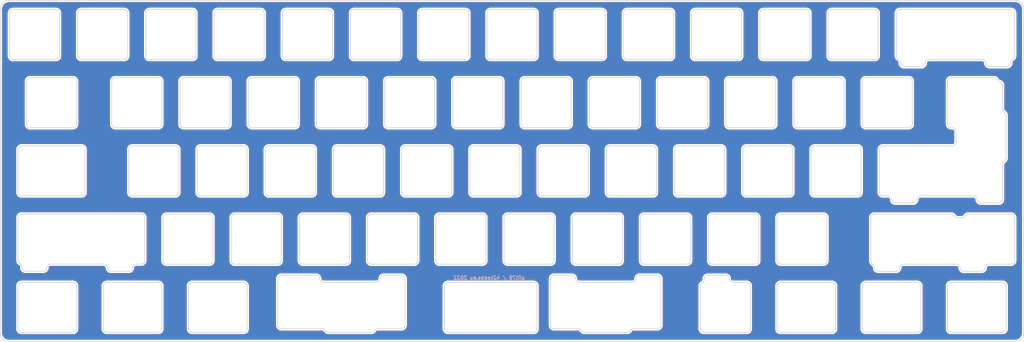
<source format=kicad_pcb>
(kicad_pcb (version 20211014) (generator pcbnew)
  (layers (0 "F.Cu" signal) (31 "B.Cu" signal) (34 "B.Paste" user) (35 "F.Paste" user) (36 "B.SilkS" user "B.Silkscreen") (37 "F.SilkS" user "F.Silkscreen") (38 "B.Mask" user) (39 "F.Mask" user) (44 "Edge.Cuts" user))
  (net 0 "")
  (gr_arc (start 351.03625 118.425) (mid 352.720048 119.122452) (end 353.4175 120.80625) (layer "Edge.Cuts") (width 0.2))
  (gr_arc (start 70.04875 213.669) (mid 68.364952 212.971548) (end 67.6675 211.28775) (layer "Edge.Cuts") (width 0.2))
  (gr_arc (start 353.4175 211.28775) (mid 352.720048 212.971548) (end 351.03625 213.669) (layer "Edge.Cuts") (width 0.2))
  (gr_line (start 131.815524 152.997007) (end 131.815524 140.997001) (layer "Edge.Cuts") (width 0.2))
  (gr_arc (start 117.528015 172.047018) (mid 117.235134 172.754136) (end 116.528015 173.047018) (layer "Edge.Cuts") (width 0.2))
  (gr_arc (start 204.540563 134.946998) (mid 203.833445 134.654097) (end 203.540562 133.946997) (layer "Edge.Cuts") (width 0.2))
  (gr_arc (start 348.509391 210.147038) (mid 348.216483 210.854117) (end 347.50939 211.147039) (layer "Edge.Cuts") (width 0.2))
  (gr_arc (start 309.315619 153.997007) (mid 308.608533 153.704115) (end 308.315619 152.997007) (layer "Edge.Cuts") (width 0.2))
  (gr_arc (start 314.073183 173.04833) (mid 313.366077 172.755433) (end 313.073183 172.04833) (layer "Edge.Cuts") (width 0.2))
  (gr_arc (start 275.978101 173.047018) (mid 275.270987 172.754126) (end 274.978101 172.047018) (layer "Edge.Cuts") (width 0.2))
  (gr_arc (start 303.265617 152.997007) (mid 302.972751 153.704145) (end 302.265616 153.997008) (layer "Edge.Cuts") (width 0.2))
  (gr_line (start 221.257983 196.147) (end 221.257983 209.147007) (layer "Edge.Cuts") (width 0.2))
  (gr_arc (start 213.065567 140.997001) (mid 213.358458 140.289882) (end 214.065568 139.997) (layer "Edge.Cuts") (width 0.2))
  (gr_line (start 135.578026 197.147031) (end 121.196768 197.147031) (layer "Edge.Cuts") (width 0.2))
  (gr_line (start 271.215599 153.997008) (end 283.215605 153.997008) (layer "Edge.Cuts") (width 0.2))
  (gr_arc (start 217.54057 133.946997) (mid 217.247676 134.654095) (end 216.540569 134.946998) (layer "Edge.Cuts") (width 0.2))
  (gr_arc (start 298.503114 191.097028) (mid 298.210247 191.804187) (end 297.503113 192.097029) (layer "Edge.Cuts") (width 0.2))
  (gr_arc (start 227.257986 195.146999) (mid 227.965093 195.439893) (end 228.257987 196.147) (layer "Edge.Cuts") (width 0.2))
  (gr_arc (start 96.542633 192.07293) (mid 97.249737 192.365807) (end 97.542633 193.07293) (layer "Edge.Cuts") (width 0.2))
  (gr_arc (start 203.540562 121.946991) (mid 203.833456 121.239876) (end 204.540563 120.94699) (layer "Edge.Cuts") (width 0.2))
  (gr_arc (start 159.264375 211.146991) (mid 158.764384 211.013006) (end 158.398349 210.64699) (layer "Edge.Cuts") (width 0.2))
  (gr_line (start 141.628029 160.047011) (end 141.628029 172.047018) (layer "Edge.Cuts") (width 0.2))
  (gr_arc (start 175.965547 153.997007) (mid 175.258437 153.704102) (end 174.965547 152.997007) (layer "Edge.Cuts") (width 0.2))
  (gr_line (start 260.403093 191.097028) (end 260.403093 179.097021) (layer "Edge.Cuts") (width 0.2))
  (gr_arc (start 104.528009 173.047019) (mid 103.820925 172.754124) (end 103.528008 172.047018) (layer "Edge.Cuts") (width 0.2))
  (gr_arc (start 74.666632 194.07293) (mid 73.959501 193.780061) (end 73.666632 193.07293) (layer "Edge.Cuts") (width 0.2))
  (gr_arc (start 312.783871 194.097029) (mid 312.076773 193.804127) (end 311.783871 193.097029) (layer "Edge.Cuts") (width 0.2))
  (gr_arc (start 287.978108 159.047011) (mid 288.685206 159.339908) (end 288.978108 160.047011) (layer "Edge.Cuts") (width 0.2))
  (gr_line (start 324.546378 173.047018) (end 339.422386 173.047018) (layer "Edge.Cuts") (width 0.2))
  (gr_arc (start 149.865533 139.997) (mid 150.572654 140.289899) (end 150.865534 140.997001) (layer "Edge.Cuts") (width 0.2))
  (gr_line (start 104.542633 193.07293) (end 104.542633 193.07293) (layer "Edge.Cuts") (width 0.2))
  (gr_line (start 184.203052 191.097028) (end 184.203052 179.097021) (layer "Edge.Cuts") (width 0.2))
  (gr_arc (start 72.571742 160.047011) (mid 72.864636 159.339905) (end 73.571742 159.047011) (layer "Edge.Cuts") (width 0.2))
  (gr_line (start 273.6906 120.94699) (end 261.690594 120.94699) (layer "Edge.Cuts") (width 0.2))
  (gr_line (start 203.253062 191.097028) (end 203.253062 179.097021) (layer "Edge.Cuts") (width 0.2))
  (gr_line (start 121.196768 211.147039) (end 135.578026 211.147039) (layer "Edge.Cuts") (width 0.2))
  (gr_line (start 228.353076 192.097029) (end 240.353082 192.097029) (layer "Edge.Cuts") (width 0.2))
  (gr_line (start 250.878088 172.047018) (end 250.878088 160.047011) (layer "Edge.Cuts") (width 0.2))
  (gr_arc (start 261.690594 134.946998) (mid 260.983491 134.654102) (end 260.690593 133.946997) (layer "Edge.Cuts") (width 0.2))
  (gr_arc (start 332.123182 140.99833) (mid 332.416064 140.291197) (end 333.123182 139.99833) (layer "Edge.Cuts") (width 0.2))
  (gr_arc (start 299.790614 134.946997) (mid 299.083499 134.654109) (end 298.790614 133.946997) (layer "Edge.Cuts") (width 0.2))
  (gr_line (start 99.765506 153.997008) (end 111.765513 153.997008) (layer "Edge.Cuts") (width 0.2))
  (gr_arc (start 111.765513 197.147032) (mid 112.472635 197.439926) (end 112.765513 198.147032) (layer "Edge.Cuts") (width 0.2))
  (gr_arc (start 237.878081 173.047019) (mid 237.170979 172.75412) (end 236.87808 172.047018) (layer "Edge.Cuts") (width 0.2))
  (gr_arc (start 294.028112 160.047011) (mid 294.321031 159.339931) (end 295.028112 159.047011) (layer "Edge.Cuts") (width 0.2))
  (gr_line (start 214.065568 153.997008) (end 226.065575 153.997008) (layer "Edge.Cuts") (width 0.2))
  (gr_arc (start 318.384121 134.836714) (mid 317.987241 134.468289) (end 317.840621 133.946991) (layer "Edge.Cuts") (width 0.2))
  (gr_line (start 348.509391 210.147038) (end 348.509391 198.147032) (layer "Edge.Cuts") (width 0.2))
  (gr_arc (start 243.562021 210.647008) (mid 243.928046 210.280983) (end 244.428046 210.147008) (layer "Edge.Cuts") (width 0.2))
  (gr_arc (start 308.315618 198.147032) (mid 308.608537 197.439975) (end 309.315619 197.147031) (layer "Edge.Cuts") (width 0.2))
  (gr_line (start 136.578026 210.147038) (end 136.578026 198.147032) (layer "Edge.Cuts") (width 0.2))
  (gr_arc (start 80.666633 193.07293) (mid 80.373728 193.780025) (end 79.666633 194.07293) (layer "Edge.Cuts") (width 0.2))
  (gr_arc (start 87.953 139.997001) (mid 88.660104 140.289897) (end 88.953 140.997001) (layer "Edge.Cuts") (width 0.2))
  (gr_arc (start 184.203052 191.097028) (mid 183.910152 191.804135) (end 183.203051 192.097029) (layer "Edge.Cuts") (width 0.2))
  (gr_line (start 242.640583 134.946998) (end 254.64059 134.946998) (layer "Edge.Cuts") (width 0.2))
  (gr_line (start 116.528015 159.047011) (end 104.528009 159.047011) (layer "Edge.Cuts") (width 0.2))
  (gr_line (start 160.390539 133.946997) (end 160.390539 121.946991) (layer "Edge.Cuts") (width 0.2))
  (gr_line (start 289.265609 140.997001) (end 289.265609 152.997007) (layer "Edge.Cuts") (width 0.2))
  (gr_line (start 111.765513 139.997) (end 99.765506 139.997) (layer "Edge.Cuts") (width 0.2))
  (gr_line (start 199.77806 173.047018) (end 211.778067 173.047018) (layer "Edge.Cuts") (width 0.2))
  (gr_line (start 222.257983 210.147008) (end 228.963936 210.147008) (layer "Edge.Cuts") (width 0.2))
  (gr_arc (start 145.103031 178.097021) (mid 145.810146 178.38992) (end 146.103031 179.097021) (layer "Edge.Cuts") (width 0.2))
  (gr_arc (start 222.590572 121.946991) (mid 222.883467 121.23988) (end 223.590573 120.94699) (layer "Edge.Cuts") (width 0.2))
  (gr_line (start 247.403086 192.097029) (end 259.403093 192.097029) (layer "Edge.Cuts") (width 0.2))
  (gr_arc (start 87.953 197.147032) (mid 88.660098 197.439934) (end 88.953 198.147032) (layer "Edge.Cuts") (width 0.2))
  (gr_arc (start 88.953001 152.997007) (mid 88.660122 153.704129) (end 87.953 153.997008) (layer "Edge.Cuts") (width 0.2))
  (gr_arc (start 136.865526 140.997001) (mid 137.15845 140.289932) (end 137.865527 139.997) (layer "Edge.Cuts") (width 0.2))
  (gr_arc (start 333.123182 153.99833) (mid 332.416076 153.705432) (end 332.123182 152.99833) (layer "Edge.Cuts") (width 0.2))
  (gr_arc (start 324.696878 210.147038) (mid 324.40397 210.854113) (end 323.696877 211.147039) (layer "Edge.Cuts") (width 0.2))
  (gr_line (start 192.634306 211.147039) (end 216.540569 211.147039) (layer "Edge.Cuts") (width 0.2))
  (gr_arc (start 121.196768 211.147039) (mid 120.489668 210.854136) (end 120.196767 210.147038) (layer "Edge.Cuts") (width 0.2))
  (gr_arc (start 346.714645 141.107674) (mid 346.306421 140.91586) (end 346.02402 140.564174) (layer "Edge.Cuts") (width 0.2))
  (gr_arc (start 265.453096 179.097021) (mid 265.745982 178.389899) (end 266.453096 178.097021) (layer "Edge.Cuts") (width 0.2))
  (gr_arc (start 141.628029 160.047011) (mid 141.920949 159.339937) (end 142.628029 159.047011) (layer "Edge.Cuts") (width 0.2))
  (gr_line (start 191.634306 198.147032) (end 191.634306 210.147038) (layer "Edge.Cuts") (width 0.2))
  (gr_arc (start 260.690593 121.946991) (mid 260.983519 121.239916) (end 261.690594 120.94699) (layer "Edge.Cuts") (width 0.2))
  (gr_arc (start 209.303065 192.097028) (mid 208.595971 191.804124) (end 208.303065 191.097028) (layer "Edge.Cuts") (width 0.2))
  (gr_line (start 292.740611 120.94699) (end 280.740604 120.94699) (layer "Edge.Cuts") (width 0.2))
  (gr_arc (start 164.153041 178.09702) (mid 164.860144 178.3899) (end 165.153042 179.097021) (layer "Edge.Cuts") (width 0.2))
  (gr_line (start 83.190497 120.94699) (end 71.190491 120.94699) (layer "Edge.Cuts") (width 0.2))
  (gr_line (start 112.765513 210.147038) (end 112.765513 198.147032) (layer "Edge.Cuts") (width 0.2))
  (gr_arc (start 230.828077 159.04701) (mid 231.535195 159.339896) (end 231.828078 160.047011) (layer "Edge.Cuts") (width 0.2))
  (gr_arc (start 132.103024 179.097021) (mid 132.395941 178.389938) (end 133.103024 178.097021) (layer "Edge.Cuts") (width 0.2))
  (gr_line (start 333.128132 211.147039) (end 347.50939 211.147039) (layer "Edge.Cuts") (width 0.2))
  (gr_line (start 312.783871 194.09703) (end 317.783874 194.09703) (layer "Edge.Cuts") (width 0.2))
  (gr_arc (start 83.190497 120.94699) (mid 83.897605 121.239883) (end 84.190498 121.946991) (layer "Edge.Cuts") (width 0.2))
  (gr_line (start 274.690601 133.946997) (end 274.690601 121.946991) (layer "Edge.Cuts") (width 0.2))
  (gr_line (start 324.696878 210.147038) (end 324.696878 198.147032) (layer "Edge.Cuts") (width 0.2))
  (gr_arc (start 325.927629 135.946998) (mid 325.634767 136.654146) (end 324.927628 136.946999) (layer "Edge.Cuts") (width 0.2))
  (gr_line (start 265.453096 179.097021) (end 265.453096 191.097028) (layer "Edge.Cuts") (width 0.2))
  (gr_line (start 122.578019 160.047011) (end 122.578019 172.047018) (layer "Edge.Cuts") (width 0.2))
  (gr_arc (start 88.953001 210.147038) (mid 88.660107 210.854145) (end 87.953 211.147039) (layer "Edge.Cuts") (width 0.2))
  (gr_arc (start 317.840621 121.946991) (mid 318.133548 121.239927) (end 318.840621 120.946991) (layer "Edge.Cuts") (width 0.2))
  (gr_line (start 270.190598 195.14703) (end 265.190596 195.14703) (layer "Edge.Cuts") (width 0.2))
  (gr_line (start 174.678047 172.047018) (end 174.678047 160.047011) (layer "Edge.Cuts") (width 0.2))
  (gr_arc (start 192.634306 211.147038) (mid 191.927217 210.854143) (end 191.634306 210.147038) (layer "Edge.Cuts") (width 0.2))
  (gr_line (start 309.315619 153.997008) (end 321.315626 153.997008) (layer "Edge.Cuts") (width 0.2))
  (gr_arc (start 189.253055 179.097021) (mid 189.545944 178.38992) (end 190.253055 178.097021) (layer "Edge.Cuts") (width 0.2))
  (gr_line (start 87.953 139.997) (end 75.952993 139.997) (layer "Edge.Cuts") (width 0.2))
  (gr_arc (start 336.659884 194.097029) (mid 335.952777 193.804132) (end 335.659884 193.097029) (layer "Edge.Cuts") (width 0.2))
  (gr_arc (start 71.190491 134.946998) (mid 70.483386 134.654102) (end 70.19049 133.946997) (layer "Edge.Cuts") (width 0.2))
  (gr_arc (start 73.571742 173.047018) (mid 72.864658 172.754102) (end 72.571742 172.047018) (layer "Edge.Cuts") (width 0.2))
  (gr_arc (start 297.503113 178.09702) (mid 298.21024 178.389913) (end 298.503114 179.097021) (layer "Edge.Cuts") (width 0.2))
  (gr_line (start 222.590573 121.946991) (end 222.590573 133.946997) (layer "Edge.Cuts") (width 0.2))
  (gr_line (start 244.133995 197.147001) (end 229.257987 197.147001) (layer "Edge.Cuts") (width 0.2))
  (gr_line (start 183.203051 178.097021) (end 171.203045 178.097021) (layer "Edge.Cuts") (width 0.2))
  (gr_line (start 322.315627 152.997007) (end 322.315627 140.997001) (layer "Edge.Cuts") (width 0.2))
  (gr_arc (start 319.927625 136.946998) (mid 319.220503 136.654113) (end 318.927625 135.946998) (layer "Edge.Cuts") (width 0.2))
  (gr_line (start 343.659889 192.097028) (end 349.891889 192.097029) (layer "Edge.Cuts") (width 0.2))
  (gr_arc (start 104.542633 193.07293) (mid 104.835535 192.36583) (end 105.542633 192.07293) (layer "Edge.Cuts") (width 0.2))
  (gr_line (start 146.133627 210.147028) (end 157.532323 210.14699) (layer "Edge.Cuts") (width 0.2))
  (gr_line (start 147.390532 134.946998) (end 159.390539 134.946998) (layer "Edge.Cuts") (width 0.2))
  (gr_arc (start 222.257983 210.147007) (mid 221.550876 209.854114) (end 221.257983 209.147007) (layer "Edge.Cuts") (width 0.2))
  (gr_line (start 207.015564 139.997) (end 195.015558 139.997) (layer "Edge.Cuts") (width 0.2))
  (gr_line (start 269.928098 172.047018) (end 269.928098 160.047011) (layer "Edge.Cuts") (width 0.2))
  (gr_arc (start 109.290511 134.946997) (mid 108.583398 134.654107) (end 108.290511 133.946997) (layer "Edge.Cuts") (width 0.2))
  (gr_arc (start 349.89062 120.94699) (mid 350.597718 121.23989) (end 350.890621 121.946991) (layer "Edge.Cuts") (width 0.2))
  (gr_line (start 240.353082 178.097021) (end 228.353076 178.097021) (layer "Edge.Cuts") (width 0.2))
  (gr_line (start 74.666632 194.072929) (end 79.666633 194.072929) (layer "Edge.Cuts") (width 0.2))
  (gr_line (start 347.504433 174.04833) (end 347.504433 164.25538) (layer "Edge.Cuts") (width 0.2))
  (gr_arc (start 289.265608 140.997001) (mid 289.558531 140.289925) (end 290.265609 139.997) (layer "Edge.Cuts") (width 0.2))
  (gr_arc (start 350.890621 133.946997) (mid 350.744021 134.468307) (end 350.347121 134.83672) (layer "Edge.Cuts") (width 0.2))
  (gr_line (start 87.953 197.147031) (end 73.571742 197.147031) (layer "Edge.Cuts") (width 0.2))
  (gr_line (start 161.67804 173.047018) (end 173.678046 173.047018) (layer "Edge.Cuts") (width 0.2))
  (gr_arc (start 349.803642 135.946998) (mid 349.510746 136.654086) (end 348.803641 136.946999) (layer "Edge.Cuts") (width 0.2))
  (gr_line (start 277.071852 210.147038) (end 277.071852 198.147032) (layer "Edge.Cuts") (width 0.2))
  (gr_arc (start 217.54057 210.147038) (mid 217.247667 210.854145) (end 216.540569 211.147039) (layer "Edge.Cuts") (width 0.2))
  (gr_line (start 174.965547 140.997001) (end 174.965547 152.997007) (layer "Edge.Cuts") (width 0.2))
  (gr_arc (start 212.778067 172.047018) (mid 212.485165 172.754101) (end 211.778067 173.047018) (layer "Edge.Cuts") (width 0.2))
  (gr_line (start 74.952993 140.997001) (end 74.952993 152.997007) (layer "Edge.Cuts") (width 0.2))
  (gr_arc (start 150.865534 152.997007) (mid 150.572669 153.704151) (end 149.865533 153.997008) (layer "Edge.Cuts") (width 0.2))
  (gr_arc (start 334.953934 179.097022) (mid 334.453941 178.963032) (end 334.087908 178.597021) (layer "Edge.Cuts") (width 0.2))
  (gr_arc (start 252.134338 209.147038) (mid 251.841434 209.854134) (end 251.134338 210.147038) (layer "Edge.Cuts") (width 0.2))
  (gr_arc (start 227.065576 152.997007) (mid 226.772678 153.704101) (end 226.065575 153.997008) (layer "Edge.Cuts") (width 0.2))
  (gr_line (start 321.315626 139.997) (end 309.315619 139.997) (layer "Edge.Cuts") (width 0.2))
  (gr_arc (start 218.828071 173.047019) (mid 218.120976 172.754116) (end 217.82807 172.047018) (layer "Edge.Cuts") (width 0.2))
  (gr_arc (start 310.691877 179.097021) (mid 310.984761 178.389893) (end 311.691877 178.097021) (layer "Edge.Cuts") (width 0.2))
  (gr_line (start 120.196767 198.147032) (end 120.196767 210.147038) (layer "Edge.Cuts") (width 0.2))
  (gr_arc (start 300.884365 210.147038) (mid 300.591462 210.854144) (end 299.884364 211.147039) (layer "Edge.Cuts") (width 0.2))
  (gr_line (start 299.884364 197.147031) (end 285.503107 197.147031) (layer "Edge.Cuts") (width 0.2))
  (gr_line (start 227.065575 152.997007) (end 227.065575 140.997001) (layer "Edge.Cuts") (width 0.2))
  (gr_arc (start 198.49056 133.946997) (mid 198.197665 134.654092) (end 197.490559 134.946998) (layer "Edge.Cuts") (width 0.2))
  (gr_arc (start 165.153042 191.097028) (mid 164.860141 191.804132) (end 164.153041 192.097029) (layer "Edge.Cuts") (width 0.2))
  (gr_line (start 264.165595 139.997) (end 252.165589 139.997) (layer "Edge.Cuts") (width 0.2))
  (gr_line (start 103.528008 160.047011) (end 103.528008 172.047018) (layer "Edge.Cuts") (width 0.2))
  (gr_arc (start 169.915545 152.997007) (mid 169.622646 153.70409) (end 168.915544 153.997008) (layer "Edge.Cuts") (width 0.2))
  (gr_arc (start 228.963936 210.147007) (mid 229.463937 210.280982) (end 229.829962 210.647008) (layer "Edge.Cuts") (width 0.2))
  (gr_arc (start 190.253055 192.097028) (mid 189.545967 191.804121) (end 189.253055 191.097028) (layer "Edge.Cuts") (width 0.2))
  (gr_arc (start 90.240501 134.946997) (mid 89.533395 134.654104) (end 89.240501 133.946997) (layer "Edge.Cuts") (width 0.2))
  (gr_arc (start 72.579633 179.072929) (mid 72.872536 178.365832) (end 73.579633 178.072929) (layer "Edge.Cuts") (width 0.2))
  (gr_arc (start 170.203045 179.097021) (mid 170.495934 178.389917) (end 171.203045 178.097021) (layer "Edge.Cuts") (width 0.2))
  (gr_line (start 227.257986 195.147) (end 222.257983 195.147) (layer "Edge.Cuts") (width 0.2))
  (gr_arc (start 140.340528 120.94699) (mid 141.047621 121.239893) (end 141.340529 121.946991) (layer "Edge.Cuts") (width 0.2))
  (gr_line (start 103.240508 133.946997) (end 103.240508 121.946991) (layer "Edge.Cuts") (width 0.2))
  (gr_arc (start 216.540569 120.94699) (mid 217.247664 121.239878) (end 217.54057 121.946991) (layer "Edge.Cuts") (width 0.2))
  (gr_line (start 251.134338 195.14703) (end 246.133996 195.147) (layer "Edge.Cuts") (width 0.2))
  (gr_arc (start 252.165589 153.997008) (mid 251.458486 153.704111) (end 251.165588 152.997007) (layer "Edge.Cuts") (width 0.2))
  (gr_line (start 102.240508 120.94699) (end 90.240501 120.94699) (layer "Edge.Cuts") (width 0.2))
  (gr_arc (start 321.315626 139.997) (mid 322.022752 140.289897) (end 322.315627 140.997001) (layer "Edge.Cuts") (width 0.2))
  (gr_line (start 226.065575 139.997) (end 214.065568 139.997) (layer "Edge.Cuts") (width 0.2))
  (gr_line (start 142.628029 173.047018) (end 154.628036 173.047018) (layer "Edge.Cuts") (width 0.2))
  (gr_line (start 312.790621 133.946997) (end 312.790621 121.946991) (layer "Edge.Cuts") (width 0.2))
  (gr_arc (start 236.590581 133.946997) (mid 236.297687 134.654099) (end 235.59058 134.946998) (layer "Edge.Cuts") (width 0.2))
  (gr_arc (start 202.253062 178.097021) (mid 202.960186 178.389902) (end 203.253062 179.097021) (layer "Edge.Cuts") (width 0.2))
  (gr_line (start 146.390532 121.946991) (end 146.390532 133.946997) (layer "Edge.Cuts") (width 0.2))
  (gr_line (start 284.215606 152.997007) (end 284.215606 140.997001) (layer "Edge.Cuts") (width 0.2))
  (gr_line (start 260.690593 121.946991) (end 260.690593 133.946997) (layer "Edge.Cuts") (width 0.2))
  (gr_arc (start 274.978101 160.047011) (mid 275.271026 159.339962) (end 275.978101 159.047011) (layer "Edge.Cuts") (width 0.2))
  (gr_line (start 216.540569 120.94699) (end 204.540563 120.94699) (layer "Edge.Cuts") (width 0.2))
  (gr_line (start 152.153035 192.097029) (end 164.153041 192.097029) (layer "Edge.Cuts") (width 0.2))
  (gr_line (start 145.103031 178.097021) (end 133.103024 178.097021) (layer "Edge.Cuts") (width 0.2))
  (gr_arc (start 323.546377 174.047019) (mid 323.839262 173.339891) (end 324.546378 173.047018) (layer "Edge.Cuts") (width 0.2))
  (gr_line (start 236.87808 160.047011) (end 236.87808 172.047018) (layer "Edge.Cuts") (width 0.2))
  (gr_line (start 202.253062 178.097021) (end 190.253055 178.097021) (layer "Edge.Cuts") (width 0.2))
  (gr_arc (start 127.053022 191.097028) (mid 126.760149 191.804154) (end 126.053021 192.097029) (layer "Edge.Cuts") (width 0.2))
  (gr_arc (start 199.77806 173.047018) (mid 199.070973 172.754112) (end 198.77806 172.047018) (layer "Edge.Cuts") (width 0.2))
  (gr_arc (start 273.6906 120.94699) (mid 274.397711 121.239883) (end 274.690601 121.946991) (layer "Edge.Cuts") (width 0.2))
  (gr_arc (start 194.015557 140.997001) (mid 194.308448 140.289878) (end 195.015558 139.997) (layer "Edge.Cuts") (width 0.2))
  (gr_arc (start 270.215598 140.997001) (mid 270.50852 140.289922) (end 271.215599 139.997) (layer "Edge.Cuts") (width 0.2))
  (gr_arc (start 254.64059 120.946991) (mid 255.347706 121.23988) (end 255.64059 121.946991) (layer "Edge.Cuts") (width 0.2))
  (gr_arc (start 309.315619 211.147038) (mid 308.608522 210.854148) (end 308.315619 210.147038) (layer "Edge.Cuts") (width 0.2))
  (gr_arc (start 334.659883 192.097028) (mid 335.366991 192.389917) (end 335.659884 193.097029) (layer "Edge.Cuts") (width 0.2))
  (gr_arc (start 89.2405 121.946991) (mid 89.533417 121.239907) (end 90.240501 120.94699) (layer "Edge.Cuts") (width 0.2))
  (gr_line (start 314.073183 159.04833) (end 333.504433 159.04833) (layer "Edge.Cuts") (width 0.2))
  (gr_line (start 311.790621 120.94699) (end 299.790614 120.94699) (layer "Edge.Cuts") (width 0.2))
  (gr_arc (start 348.004433 149.657304) (mid 347.638404 149.291281) (end 347.504433 148.791279) (layer "Edge.Cuts") (width 0.2))
  (gr_arc (start 325.927629 135.946998) (mid 326.220554 135.239932) (end 326.927629 134.946998) (layer "Edge.Cuts") (width 0.2))
  (gr_arc (start 165.440541 121.946991) (mid 165.733434 121.239869) (end 166.440542 120.94699) (layer "Edge.Cuts") (width 0.2))
  (gr_line (start 349.891889 178.097021) (end 337.891883 178.097021) (layer "Edge.Cuts") (width 0.2))
  (gr_arc (start 99.765506 153.997007) (mid 99.058393 153.704116) (end 98.765506 152.997007) (layer "Edge.Cuts") (width 0.2))
  (gr_arc (start 208.015565 152.997007) (mid 207.722667 153.704097) (end 207.015564 153.997008) (layer "Edge.Cuts") (width 0.2))
  (gr_line (start 172.996433 210.14699) (end 179.702725 210.14702) (layer "Edge.Cuts") (width 0.2))
  (gr_arc (start 242.640583 134.946997) (mid 241.933488 134.654098) (end 241.640583 133.946997) (layer "Edge.Cuts") (width 0.2))
  (gr_line (start 159.390539 120.94699) (end 147.390532 120.94699) (layer "Edge.Cuts") (width 0.2))
  (gr_line (start 73.571742 173.047018) (end 90.334251 173.047018) (layer "Edge.Cuts") (width 0.2))
  (gr_arc (start 131.815524 152.997007) (mid 131.522659 153.704147) (end 130.815523 153.997008) (layer "Edge.Cuts") (width 0.2))
  (gr_arc (start 228.353076 192.097029) (mid 227.645974 191.804129) (end 227.353075 191.097028) (layer "Edge.Cuts") (width 0.2))
  (gr_line (start 208.015565 152.997007) (end 208.015565 140.997001) (layer "Edge.Cuts") (width 0.2))
  (gr_line (start 349.803621 135.726443) (end 349.803642 135.946998) (layer "Edge.Cuts") (width 0.2))
  (gr_line (start 155.915537 140.997001) (end 155.915537 152.997007) (layer "Edge.Cuts") (width 0.2))
  (gr_line (start 211.778067 159.047011) (end 199.77806 159.047011) (layer "Edge.Cuts") (width 0.2))
  (gr_arc (start 173.702383 196.146982) (mid 173.409495 196.854095) (end 172.702382 197.146983) (layer "Edge.Cuts") (width 0.2))
  (gr_line (start 266.453096 192.097029) (end 278.453103 192.097029) (layer "Edge.Cuts") (width 0.2))
  (gr_line (start 230.695988 211.147008) (end 242.695995 211.147008) (layer "Edge.Cuts") (width 0.2))
  (gr_line (start 150.865534 152.997007) (end 150.865534 140.997001) (layer "Edge.Cuts") (width 0.2))
  (gr_line (start 236.59058 133.946997) (end 236.59058 121.946991) (layer "Edge.Cuts") (width 0.2))
  (gr_line (start 151.153034 179.097021) (end 151.153034 191.097028) (layer "Edge.Cuts") (width 0.2))
  (gr_line (start 111.765513 197.147031) (end 97.384255 197.147031) (layer "Edge.Cuts") (width 0.2))
  (gr_line (start 347.504433 142.08533) (end 347.504433 148.791279) (layer "Edge.Cuts") (width 0.2))
  (gr_line (start 244.428046 210.147008) (end 251.134338 210.147038) (layer "Edge.Cuts") (width 0.2))
  (gr_line (start 255.64059 133.946997) (end 255.64059 121.946991) (layer "Edge.Cuts") (width 0.2))
  (gr_arc (start 236.878081 160.047011) (mid 237.170969 159.33989) (end 237.878081 159.047011) (layer "Edge.Cuts") (width 0.2))
  (gr_line (start 217.54057 133.946997) (end 217.54057 121.946991) (layer "Edge.Cuts") (width 0.2))
  (gr_arc (start 311.790621 120.946991) (mid 312.497717 121.239891) (end 312.790621 121.946991) (layer "Edge.Cuts") (width 0.2))
  (gr_arc (start 135.578026 197.147032) (mid 136.285075 197.439966) (end 136.578026 198.147032) (layer "Edge.Cuts") (width 0.2))
  (gr_line (start 118.815517 153.997008) (end 130.815523 153.997008) (layer "Edge.Cuts") (width 0.2))
  (gr_arc (start 313.073183 160.04833) (mid 313.366065 159.341198) (end 314.073183 159.04833) (layer "Edge.Cuts") (width 0.2))
  (gr_line (start 188.965554 152.997007) (end 188.965554 140.997001) (layer "Edge.Cuts") (width 0.2))
  (gr_line (start 123.578019 173.047018) (end 135.578026 173.047018) (layer "Edge.Cuts") (width 0.2))
  (gr_line (start 278.453103 178.097021) (end 266.453096 178.097021) (layer "Edge.Cuts") (width 0.2))
  (gr_arc (start 284.503106 198.147032) (mid 284.795989 197.439906) (end 285.503107 197.147031) (layer "Edge.Cuts") (width 0.2))
  (gr_line (start 108.010883 179.072929) (end 108.010883 191.07293) (layer "Edge.Cuts") (width 0.2))
  (gr_arc (start 174.965546 140.997001) (mid 175.258436 140.289874) (end 175.965547 139.997) (layer "Edge.Cuts") (width 0.2))
  (gr_arc (start 243.56202 210.647008) (mid 243.195995 211.013033) (end 242.695995 211.147008) (layer "Edge.Cuts") (width 0.2))
  (gr_arc (start 126.053021 178.097021) (mid 126.760142 178.389917) (end 127.053021 179.097021) (layer "Edge.Cuts") (width 0.2))
  (gr_line (start 180.72805 173.047018) (end 192.728057 173.047018) (layer "Edge.Cuts") (width 0.2))
  (gr_arc (start 102.240508 120.946991) (mid 102.947613 121.239887) (end 103.240508 121.946991) (layer "Edge.Cuts") (width 0.2))
  (gr_arc (start 345.123182 139.998331) (mid 345.655088 140.151522) (end 346.02402 140.564174) (layer "Edge.Cuts") (width 0.2))
  (gr_arc (start 179.72805 160.047011) (mid 180.020936 159.339879) (end 180.72805 159.047011) (layer "Edge.Cuts") (width 0.2))
  (gr_arc (start 123.578019 173.047018) (mid 122.870929 172.754127) (end 122.578019 172.047018) (layer "Edge.Cuts") (width 0.2))
  (gr_line (start 198.49056 133.946997) (end 198.49056 121.946991) (layer "Edge.Cuts") (width 0.2))
  (gr_arc (start 227.353076 179.097021) (mid 227.64596 178.389892) (end 228.353076 178.097021) (layer "Edge.Cuts") (width 0.2))
  (gr_line (start 212.778067 172.047018) (end 212.778067 160.047011) (layer "Edge.Cuts") (width 0.2))
  (gr_line (start 246.403086 179.097021) (end 246.403086 191.097028) (layer "Edge.Cuts") (width 0.2))
  (gr_arc (start 292.740611 120.946991) (mid 293.447714 121.239888) (end 293.740611 121.946991) (layer "Edge.Cuts") (width 0.2))
  (gr_line (start 197.490559 120.94699) (end 185.490553 120.94699) (layer "Edge.Cuts") (width 0.2))
  (gr_arc (start 263.071844 198.147032) (mid 263.223124 197.618171) (end 263.63122 197.24934) (layer "Edge.Cuts") (width 0.2))
  (gr_arc (start 136.578027 210.147038) (mid 136.285157 210.854195) (end 135.578026 211.147039) (layer "Edge.Cuts") (width 0.2))
  (gr_line (start 154.628036 159.047011) (end 142.628029 159.047011) (layer "Edge.Cuts") (width 0.2))
  (gr_line (start 122.290518 133.946997) (end 122.290518 121.946991) (layer "Edge.Cuts") (width 0.2))
  (gr_line (start 73.571742 211.147039) (end 87.953 211.147039) (layer "Edge.Cuts") (width 0.2))
  (gr_arc (start 264.190595 196.147031) (mid 264.483477 195.439902) (end 265.190596 195.14703) (layer "Edge.Cuts") (width 0.2))
  (gr_arc (start 232.115577 140.997001) (mid 232.408469 140.289885) (end 233.115578 139.997) (layer "Edge.Cuts") (width 0.2))
  (gr_line (start 241.353083 191.097028) (end 241.353083 179.097021) (layer "Edge.Cuts") (width 0.2))
  (gr_arc (start 288.978108 172.047018) (mid 288.685244 172.754181) (end 287.978108 173.047018) (layer "Edge.Cuts") (width 0.2))
  (gr_line (start 317.840621 121.946991) (end 317.840621 133.946991) (layer "Edge.Cuts") (width 0.2))
  (gr_arc (start 166.440542 134.946997) (mid 165.733438 134.654089) (end 165.440542 133.946997) (layer "Edge.Cuts") (width 0.2))
  (gr_line (start 165.153042 191.097028) (end 165.153042 179.097021) (layer "Edge.Cuts") (width 0.2))
  (gr_line (start 333.504433 153.99833) (end 333.123182 153.99833) (layer "Edge.Cuts") (width 0.2))
  (gr_arc (start 103.528009 160.047011) (mid 103.820916 159.339918) (end 104.528009 159.047011) (layer "Edge.Cuts") (width 0.2))
  (gr_arc (start 160.39054 133.946997) (mid 160.097644 134.654085) (end 159.390539 134.946998) (layer "Edge.Cuts") (width 0.2))
  (gr_arc (start 111.765513 139.997001) (mid 112.472611 140.289899) (end 112.765513 140.997001) (layer "Edge.Cuts") (width 0.2))
  (gr_arc (start 342.659888 193.097029) (mid 342.952771 192.389899) (end 343.659889 192.097028) (layer "Edge.Cuts") (width 0.2))
  (gr_arc (start 208.303065 179.097021) (mid 208.595949 178.389888) (end 209.303065 178.097021) (layer "Edge.Cuts") (width 0.2))
  (gr_line (start 193.728057 172.047018) (end 193.728057 160.047011) (layer "Edge.Cuts") (width 0.2))
  (gr_line (start 241.640583 121.946991) (end 241.640583 133.946997) (layer "Edge.Cuts") (width 0.2))
  (gr_arc (start 84.190498 133.946997) (mid 83.897624 134.654124) (end 83.190497 134.946998) (layer "Edge.Cuts") (width 0.2))
  (gr_arc (start 337.025858 178.597021) (mid 337.391879 178.230982) (end 337.891883 178.097021) (layer "Edge.Cuts") (width 0.2))
  (gr_line (start 264.190595 196.147031) (end 264.190595 196.351648) (layer "Edge.Cuts") (width 0.2))
  (gr_arc (start 122.578019 160.047011) (mid 122.870939 159.339933) (end 123.578019 159.047011) (layer "Edge.Cuts") (width 0.2))
  (gr_line (start 313.073183 160.04833) (end 313.073183 172.04833) (layer "Edge.Cuts") (width 0.2))
  (gr_line (start 159.264375 211.14699) (end 171.264382 211.14699) (layer "Edge.Cuts") (width 0.2))
  (gr_arc (start 142.628029 173.047018) (mid 141.920932 172.75413) (end 141.628029 172.047018) (layer "Edge.Cuts") (width 0.2))
  (gr_line (start 96.384254 198.147032) (end 96.384254 210.147038) (layer "Edge.Cuts") (width 0.2))
  (gr_arc (start 298.790613 121.946991) (mid 299.08354 121.239924) (end 299.790614 120.94699) (layer "Edge.Cuts") (width 0.2))
  (gr_line (start 332.123182 140.99833) (end 332.123182 152.99833) (layer "Edge.Cuts") (width 0.2))
  (gr_line (start 104.528009 173.047018) (end 116.528015 173.047018) (layer "Edge.Cuts") (width 0.2))
  (gr_arc (start 268.928098 159.047011) (mid 269.635202 159.339904) (end 269.928098 160.047011) (layer "Edge.Cuts") (width 0.2))
  (gr_arc (start 128.340522 134.946998) (mid 127.633401 134.654112) (end 127.340521 133.946997) (layer "Edge.Cuts") (width 0.2))
  (gr_line (start 308.315619 140.997001) (end 308.315619 152.997007) (layer "Edge.Cuts") (width 0.2))
  (gr_line (start 117.815516 140.997001) (end 117.815516 152.997007) (layer "Edge.Cuts") (width 0.2))
  (gr_arc (start 274.690601 133.946997) (mid 274.397738 134.654136) (end 273.6906 134.946998) (layer "Edge.Cuts") (width 0.2))
  (gr_line (start 227.353075 179.097021) (end 227.353075 191.097028) (layer "Edge.Cuts") (width 0.2))
  (gr_line (start 137.865527 153.997008) (end 149.865533 153.997008) (layer "Edge.Cuts") (width 0.2))
  (gr_arc (start 157.826374 197.146982) (mid 157.119264 196.85409) (end 156.826374 196.146982) (layer "Edge.Cuts") (width 0.2))
  (gr_arc (start 245.133996 196.147) (mid 244.841102 196.854107) (end 244.133995 197.147001) (layer "Edge.Cuts") (width 0.2))
  (gr_arc (start 178.440549 120.946991) (mid 179.147657 121.239872) (end 179.440549 121.946991) (layer "Edge.Cuts") (width 0.2))
  (gr_line (start 173.678046 159.047011) (end 161.67804 159.047011) (layer "Edge.Cuts") (width 0.2))
  (gr_arc (start 349.891889 178.09702) (mid 350.598996 178.389911) (end 350.89189 179.097021) (layer "Edge.Cuts") (width 0.2))
  (gr_line (start 252.134338 209.147038) (end 252.134339 196.147031) (layer "Edge.Cuts") (width 0.2))
  (gr_line (start 91.334252 172.047018) (end 91.334252 160.047011) (layer "Edge.Cuts") (width 0.2))
  (gr_arc (start 279.740603 121.946991) (mid 280.033529 121.23992) (end 280.740604 120.94699) (layer "Edge.Cuts") (width 0.2))
  (gr_line (start 175.965547 153.997008) (end 187.965554 153.997008) (layer "Edge.Cuts") (width 0.2))
  (gr_arc (start 73.123133 191.962653) (mid 72.726274 191.594216) (end 72.579633 191.07293) (layer "Edge.Cuts") (width 0.2))
  (gr_arc (start 192.728057 159.047011) (mid 193.435188 159.33989) (end 193.728057 160.047011) (layer "Edge.Cuts") (width 0.2))
  (gr_arc (start 154.628036 159.047011) (mid 155.335145 159.339888) (end 155.628036 160.047011) (layer "Edge.Cuts") (width 0.2))
  (gr_line (start 179.72805 160.047011) (end 179.72805 172.047018) (layer "Edge.Cuts") (width 0.2))
  (gr_line (start 270.215598 140.997001) (end 270.215598 152.997007) (layer "Edge.Cuts") (width 0.2))
  (gr_line (start 221.303072 178.097021) (end 209.303065 178.097021) (layer "Edge.Cuts") (width 0.2))
  (gr_arc (start 73.123133 191.962653) (mid 73.519977 192.331099) (end 73.666633 192.852376) (layer "Edge.Cuts") (width 0.2))
  (gr_arc (start 72.571741 198.147032) (mid 72.864625 197.439915) (end 73.571742 197.147031) (layer "Edge.Cuts") (width 0.2))
  (gr_line (start 217.54057 210.147038) (end 217.54057 198.147032) (layer "Edge.Cuts") (width 0.2))
  (gr_arc (start 146.103032 191.097028) (mid 145.81016 191.804158) (end 145.103031 192.097029) (layer "Edge.Cuts") (width 0.2))
  (gr_line (start 319.927625 136.946999) (end 324.927628 136.946999) (layer "Edge.Cuts") (width 0.2))
  (gr_arc (start 75.952993 153.997007) (mid 75.245886 153.704114) (end 74.952993 152.997007) (layer "Edge.Cuts") (width 0.2))
  (gr_line (start 276.071852 197.147031) (end 272.190599 197.147031) (layer "Edge.Cuts") (width 0.2))
  (gr_arc (start 145.133626 196.147021) (mid 145.4265 195.439894) (end 146.133627 195.14702) (layer "Edge.Cuts") (width 0.2))
  (gr_line (start 283.215605 139.997) (end 271.215599 139.997) (layer "Edge.Cuts") (width 0.2))
  (gr_line (start 189.253055 179.097021) (end 189.253055 191.097028) (layer "Edge.Cuts") (width 0.2))
  (gr_arc (start 155.915536 140.997001) (mid 156.208425 140.289871) (end 156.915537 139.997) (layer "Edge.Cuts") (width 0.2))
  (gr_line (start 194.015557 140.997001) (end 194.015557 152.997007) (layer "Edge.Cuts") (width 0.2))
  (gr_arc (start 135.578026 159.047011) (mid 136.285147 159.339908) (end 136.578026 160.047011) (layer "Edge.Cuts") (width 0.2))
  (gr_arc (start 173.702383 196.146982) (mid 173.995282 195.439881) (end 174.702383 195.146982) (layer "Edge.Cuts") (width 0.2))
  (gr_arc (start 339.422386 173.047019) (mid 340.129495 173.339908) (end 340.422386 174.047019) (layer "Edge.Cuts") (width 0.2))
  (gr_line (start 252.165589 153.997008) (end 264.165595 153.997008) (layer "Edge.Cuts") (width 0.2))
  (gr_arc (start 318.783875 193.097029) (mid 319.076756 192.389895) (end 319.783875 192.097029) (layer "Edge.Cuts") (width 0.2))
  (gr_line (start 98.542633 194.072929) (end 103.542633 194.072929) (layer "Edge.Cuts") (width 0.2))
  (gr_line (start 72.571742 198.147032) (end 72.571742 210.147038) (layer "Edge.Cuts") (width 0.2))
  (gr_line (start 90.240501 134.946998) (end 102.240508 134.946998) (layer "Edge.Cuts") (width 0.2))
  (gr_arc (start 98.765505 140.997001) (mid 99.058419 140.289915) (end 99.765506 139.997) (layer "Edge.Cuts") (width 0.2))
  (gr_line (start 317.541433 175.04833) (end 322.546377 175.047019) (layer "Edge.Cuts") (width 0.2))
  (gr_line (start 268.928098 159.047011) (end 256.928091 159.047011) (layer "Edge.Cuts") (width 0.2))
  (gr_arc (start 188.965555 152.997007) (mid 188.672656 153.704094) (end 187.965554 153.997008) (layer "Edge.Cuts") (width 0.2))
  (gr_line (start 187.965554 139.997) (end 175.965547 139.997) (layer "Edge.Cuts") (width 0.2))
  (gr_line (start 217.82807 160.047011) (end 217.82807 172.047018) (layer "Edge.Cuts") (width 0.2))
  (gr_arc (start 152.153035 192.097029) (mid 151.445924 191.80412) (end 151.153034 191.097028) (layer "Edge.Cuts") (width 0.2))
  (gr_arc (start 270.190598 195.14703) (mid 270.897731 195.439919) (end 271.190599 196.147031) (layer "Edge.Cuts") (width 0.2))
  (gr_line (start 109.290511 134.946998) (end 121.290518 134.946998) (layer "Edge.Cuts") (width 0.2))
  (gr_line (start 264.071845 211.147039) (end 276.071852 211.147039) (layer "Edge.Cuts") (width 0.2))
  (gr_arc (start 185.490553 134.946998) (mid 184.783442 134.654094) (end 184.490552 133.946997) (layer "Edge.Cuts") (width 0.2))
  (gr_line (start 297.503113 178.097021) (end 285.503107 178.097021) (layer "Edge.Cuts") (width 0.2))
  (gr_arc (start 260.403094 191.097028) (mid 260.11019 191.804115) (end 259.403093 192.097029) (layer "Edge.Cuts") (width 0.2))
  (gr_line (start 274.978101 160.047011) (end 274.978101 172.047018) (layer "Edge.Cuts") (width 0.2))
  (gr_arc (start 127.340521 121.946991) (mid 127.633448 121.239926) (end 128.340522 120.94699) (layer "Edge.Cuts") (width 0.2))
  (gr_line (start 336.659884 194.09703) (end 341.659887 194.09703) (layer "Edge.Cuts") (width 0.2))
  (gr_arc (start 264.165595 139.997) (mid 264.872705 140.289892) (end 265.165596 140.997001) (layer "Edge.Cuts") (width 0.2))
  (gr_arc (start 91.334251 172.047018) (mid 91.041357 172.754124) (end 90.334251 173.047018) (layer "Edge.Cuts") (width 0.2))
  (gr_line (start 314.073183 173.04833) (end 315.541433 173.04833) (layer "Edge.Cuts") (width 0.2))
  (gr_line (start 256.928091 173.047018) (end 268.928098 173.047018) (layer "Edge.Cuts") (width 0.2))
  (gr_line (start 168.915544 139.997) (end 156.915537 139.997) (layer "Edge.Cuts") (width 0.2))
  (gr_arc (start 311.241991 192.099011) (mid 310.838459 191.668555) (end 310.691876 191.097028) (layer "Edge.Cuts") (width 0.2))
  (gr_arc (start 179.702725 195.147012) (mid 180.409841 195.439886) (end 180.702726 196.147013) (layer "Edge.Cuts") (width 0.2))
  (gr_arc (start 350.89189 191.097028) (mid 350.598986 191.804113) (end 349.891889 192.097029) (layer "Edge.Cuts") (width 0.2))
  (gr_line (start 233.115578 153.997008) (end 245.115585 153.997008) (layer "Edge.Cuts") (width 0.2))
  (gr_line (start 259.403093 178.097021) (end 247.403086 178.097021) (layer "Edge.Cuts") (width 0.2))
  (gr_arc (start 284.503107 179.097021) (mid 284.796029 178.389968) (end 285.503107 178.097021) (layer "Edge.Cuts") (width 0.2))
  (gr_line (start 309.315619 211.147039) (end 323.696877 211.147039) (layer "Edge.Cuts") (width 0.2))
  (gr_line (start 280.740604 134.946998) (end 292.740611 134.946998) (layer "Edge.Cuts") (width 0.2))
  (gr_arc (start 172.130408 210.64699) (mid 172.496437 210.280981) (end 172.996433 210.14699) (layer "Edge.Cuts") (width 0.2))
  (gr_arc (start 74.952992 140.997001) (mid 75.245902 140.28991) (end 75.952993 139.997) (layer "Edge.Cuts") (width 0.2))
  (gr_arc (start 347.504433 164.25538) (mid 347.63841 163.755379) (end 348.004433 163.389355) (layer "Edge.Cuts") (width 0.2))
  (gr_line (start 184.490552 121.946991) (end 184.490552 133.946997) (layer "Edge.Cuts") (width 0.2))
  (gr_line (start 216.540569 197.147031) (end 192.634306 197.147031) (layer "Edge.Cuts") (width 0.2))
  (gr_line (start 295.028112 173.047018) (end 307.028118 173.047018) (layer "Edge.Cuts") (width 0.2))
  (gr_line (start 136.578026 172.047018) (end 136.578026 160.047011) (layer "Edge.Cuts") (width 0.2))
  (gr_line (start 114.053014 192.097029) (end 126.053021 192.097029) (layer "Edge.Cuts") (width 0.2))
  (gr_arc (start 323.696877 197.147031) (mid 324.403988 197.439918) (end 324.696878 198.147032) (layer "Edge.Cuts") (width 0.2))
  (gr_arc (start 280.740604 134.946997) (mid 280.033496 134.654105) (end 279.740604 133.946997) (layer "Edge.Cuts") (width 0.2))
  (gr_arc (start 157.532323 210.146989) (mid 158.032317 210.280972) (end 158.398349 210.64699) (layer "Edge.Cuts") (width 0.2))
  (gr_arc (start 221.257983 196.147) (mid 221.550876 195.439893) (end 222.257983 195.147) (layer "Edge.Cuts") (width 0.2))
  (gr_line (start 156.915537 153.997008) (end 168.915544 153.997008) (layer "Edge.Cuts") (width 0.2))
  (gr_arc (start 184.490552 121.946991) (mid 184.783446 121.239873) (end 185.490553 120.94699) (layer "Edge.Cuts") (width 0.2))
  (gr_line (start 81.666633 192.072929) (end 96.542633 192.072929) (layer "Edge.Cuts") (width 0.2))
  (gr_arc (start 159.390539 120.946991) (mid 160.097653 121.239868) (end 160.390539 121.946991) (layer "Edge.Cuts") (width 0.2))
  (gr_arc (start 137.865527 153.997008) (mid 137.158435 153.704118) (end 136.865526 152.997007) (layer "Edge.Cuts") (width 0.2))
  (gr_line (start 222.303072 191.097028) (end 222.303072 179.097021) (layer "Edge.Cuts") (width 0.2))
  (gr_line (start 299.790614 134.946998) (end 311.790621 134.946998) (layer "Edge.Cuts") (width 0.2))
  (gr_line (start 112.765513 152.997007) (end 112.765513 140.997001) (layer "Edge.Cuts") (width 0.2))
  (gr_line (start 275.978101 173.047018) (end 287.978108 173.047018) (layer "Edge.Cuts") (width 0.2))
  (gr_line (start 288.978108 172.047018) (end 288.978108 160.047011) (layer "Edge.Cuts") (width 0.2))
  (gr_arc (start 231.828077 172.047018) (mid 231.535176 172.754105) (end 230.828077 173.047018) (layer "Edge.Cuts") (width 0.2))
  (gr_arc (start 108.29051 121.946991) (mid 108.583437 121.239923) (end 109.290511 120.94699) (layer "Edge.Cuts") (width 0.2))
  (gr_arc (start 265.165596 152.997007) (mid 264.872735 153.704173) (end 264.165595 153.997008) (layer "Edge.Cuts") (width 0.2))
  (gr_arc (start 183.203051 178.09702) (mid 183.910183 178.389897) (end 184.203052 179.097021) (layer "Edge.Cuts") (width 0.2))
  (gr_arc (start 230.695988 211.147009) (mid 230.195987 211.013034) (end 229.829962 210.647008) (layer "Edge.Cuts") (width 0.2))
  (gr_line (start 128.340522 134.946998) (end 140.340528 134.946998) (layer "Edge.Cuts") (width 0.2))
  (gr_line (start 334.504433 158.04833) (end 334.504433 154.99833) (layer "Edge.Cuts") (width 0.2))
  (gr_line (start 285.503107 192.097029) (end 297.503113 192.097029) (layer "Edge.Cuts") (width 0.2))
  (gr_arc (start 146.133627 210.147028) (mid 145.426522 209.854133) (end 145.133627 209.147028) (layer "Edge.Cuts") (width 0.2))
  (gr_arc (start 247.403086 192.097028) (mid 246.695978 191.804132) (end 246.403086 191.097028) (layer "Edge.Cuts") (width 0.2))
  (gr_line (start 353.4175 120.80625) (end 353.4175 211.28775) (layer "Edge.Cuts") (width 0.2))
  (gr_line (start 318.927621 135.726437) (end 318.927625 135.946998) (layer "Edge.Cuts") (width 0.2))
  (gr_arc (start 278.453103 178.097021) (mid 279.1602 178.389917) (end 279.453103 179.097021) (layer "Edge.Cuts") (width 0.2))
  (gr_arc (start 284.215606 152.997007) (mid 283.92274 153.704141) (end 283.215605 153.997008) (layer "Edge.Cuts") (width 0.2))
  (gr_line (start 72.571742 160.047011) (end 72.571742 172.047018) (layer "Edge.Cuts") (width 0.2))
  (gr_line (start 73.579633 178.07293) (end 107.010883 178.07293) (layer "Edge.Cuts") (width 0.2))
  (gr_line (start 333.123182 139.99833) (end 345.123183 139.99833) (layer "Edge.Cuts") (width 0.2))
  (gr_line (start 341.422387 175.047019) (end 346.504433 175.04833) (layer "Edge.Cuts") (width 0.2))
  (gr_arc (start 221.303072 178.097021) (mid 222.010189 178.389906) (end 222.303072 179.097021) (layer "Edge.Cuts") (width 0.2))
  (gr_arc (start 80.666633 193.07293) (mid 80.959536 192.365833) (end 81.666633 192.07293) (layer "Edge.Cuts") (width 0.2))
  (gr_arc (start 112.765514 152.997007) (mid 112.472639 153.704135) (end 111.765513 153.997008) (layer "Edge.Cuts") (width 0.2))
  (gr_line (start 169.915544 152.997007) (end 169.915544 140.997001) (layer "Edge.Cuts") (width 0.2))
  (gr_line (start 350.890621 133.946997) (end 350.890621 121.946991) (layer "Edge.Cuts") (width 0.2))
  (gr_arc (start 348.004433 149.657305) (mid 348.370438 150.023341) (end 348.504433 150.52333) (layer "Edge.Cuts") (width 0.2))
  (gr_arc (start 73.571742 211.147038) (mid 72.864654 210.854126) (end 72.571742 210.147038) (layer "Edge.Cuts") (width 0.2))
  (gr_arc (start 264.071845 211.147038) (mid 263.36476 210.854128) (end 263.071845 210.147038) (layer "Edge.Cuts") (width 0.2))
  (gr_arc (start 332.128131 198.147032) (mid 332.421015 197.439915) (end 333.128132 197.147031) (layer "Edge.Cuts") (width 0.2))
  (gr_arc (start 337.025858 178.597021) (mid 336.659849 178.963084) (end 336.159832 179.097022) (layer "Edge.Cuts") (width 0.2))
  (gr_arc (start 266.453096 192.097028) (mid 265.745982 191.804135) (end 265.453096 191.097028) (layer "Edge.Cuts") (width 0.2))
  (gr_arc (start 251.165588 140.997001) (mid 251.458516 140.289954) (end 252.165589 139.997) (layer "Edge.Cuts") (width 0.2))
  (gr_line (start 164.153041 178.097021) (end 152.153035 178.097021) (layer "Edge.Cuts") (width 0.2))
  (gr_line (start 136.865526 140.997001) (end 136.865526 152.997007) (layer "Edge.Cuts") (width 0.2))
  (gr_arc (start 269.928098 172.047018) (mid 269.635198 172.754112) (end 268.928098 173.047018) (layer "Edge.Cuts") (width 0.2))
  (gr_line (start 172.702382 197.146983) (end 157.826374 197.146983) (layer "Edge.Cuts") (width 0.2))
  (gr_line (start 336.159832 179.097022) (end 334.953934 179.097021) (layer "Edge.Cuts") (width 0.2))
  (gr_arc (start 245.115585 139.997001) (mid 245.822701 140.289889) (end 246.115585 140.997001) (layer "Edge.Cuts") (width 0.2))
  (gr_arc (start 334.504433 158.04833) (mid 334.211531 158.755429) (end 333.504433 159.04833) (layer "Edge.Cuts") (width 0.2))
  (gr_arc (start 146.390531 121.946991) (mid 146.683424 121.239865) (end 147.390532 120.94699) (layer "Edge.Cuts") (width 0.2))
  (gr_arc (start 103.240509 133.946997) (mid 102.947637 134.654126) (end 102.240508 134.946998) (layer "Edge.Cuts") (width 0.2))
  (gr_line (start 132.103024 179.097021) (end 132.103024 191.097028) (layer "Edge.Cuts") (width 0.2))
  (gr_arc (start 90.334251 159.04701) (mid 91.041378 159.339883) (end 91.334252 160.047011) (layer "Edge.Cuts") (width 0.2))
  (gr_arc (start 217.828071 160.047011) (mid 218.120959 159.339887) (end 218.828071 159.047011) (layer "Edge.Cuts") (width 0.2))
  (gr_arc (start 104.542633 193.07293) (mid 104.249731 193.780029) (end 103.542633 194.07293) (layer "Edge.Cuts") (width 0.2))
  (gr_line (start 349.89062 120.94699) (end 318.840621 120.946991) (layer "Edge.Cuts") (width 0.2))
  (gr_arc (start 161.67804 173.047019) (mid 160.97093 172.754111) (end 160.678039 172.047018) (layer "Edge.Cuts") (width 0.2))
  (gr_line (start 89.240501 121.946991) (end 89.240501 133.946997) (layer "Edge.Cuts") (width 0.2))
  (gr_line (start 127.053021 191.097028) (end 127.053021 179.097021) (layer "Edge.Cuts") (width 0.2))
  (gr_arc (start 264.190596 196.351648) (mid 264.039289 196.880484) (end 263.63122 197.24934) (layer "Edge.Cuts") (width 0.2))
  (gr_line (start 284.503106 179.097021) (end 284.503106 191.097028) (layer "Edge.Cuts") (width 0.2))
  (gr_arc (start 318.783875 193.097029) (mid 318.49097 193.804109) (end 317.783874 194.09703) (layer "Edge.Cuts") (width 0.2))
  (gr_line (start 166.440542 134.946998) (end 178.440549 134.946998) (layer "Edge.Cuts") (width 0.2))
  (gr_line (start 249.878087 159.047011) (end 237.878081 159.047011) (layer "Edge.Cuts") (width 0.2))
  (gr_arc (start 216.540569 197.147031) (mid 217.247685 197.439915) (end 217.54057 198.147032) (layer "Edge.Cuts") (width 0.2))
  (gr_arc (start 333.504433 153.99833) (mid 334.211537 154.291207) (end 334.504433 154.99833) (layer "Edge.Cuts") (width 0.2))
  (gr_line (start 130.815523 139.997) (end 118.815517 139.997) (layer "Edge.Cuts") (width 0.2))
  (gr_arc (start 191.634305 198.147032) (mid 191.927188 197.439906) (end 192.634306 197.147031) (layer "Edge.Cuts") (width 0.2))
  (gr_arc (start 214.065568 153.997007) (mid 213.358479 153.704103) (end 213.065568 152.997007) (layer "Edge.Cuts") (width 0.2))
  (gr_arc (start 151.153035 179.097021) (mid 151.445923 178.389913) (end 152.153035 178.097021) (layer "Edge.Cuts") (width 0.2))
  (gr_arc (start 120.196767 198.147032) (mid 120.489647 197.439893) (end 121.196768 197.147031) (layer "Edge.Cuts") (width 0.2))
  (gr_arc (start 116.528015 159.04701) (mid 117.235144 159.339903) (end 117.528016 160.047011) (layer "Edge.Cuts") (width 0.2))
  (gr_line (start 284.503106 198.147032) (end 284.503106 210.147038) (layer "Edge.Cuts") (width 0.2))
  (gr_line (start 195.015558 153.997008) (end 207.015564 153.997008) (layer "Edge.Cuts") (width 0.2))
  (gr_arc (start 171.203045 192.097029) (mid 170.495963 191.804118) (end 170.203044 191.097028) (layer "Edge.Cuts") (width 0.2))
  (gr_line (start 90.334251 159.047011) (end 73.571742 159.047011) (layer "Edge.Cuts") (width 0.2))
  (gr_line (start 263.071845 198.147032) (end 263.071845 210.147038) (layer "Edge.Cuts") (width 0.2))
  (gr_line (start 302.265616 139.997) (end 290.265609 139.997) (layer "Edge.Cuts") (width 0.2))
  (gr_line (start 155.628036 172.047018) (end 155.628036 160.047011) (layer "Edge.Cuts") (width 0.2))
  (gr_line (start 80.666633 193.07293) (end 80.666633 193.07293) (layer "Edge.Cuts") (width 0.2))
  (gr_arc (start 307.028118 159.04701) (mid 307.735245 159.339904) (end 308.028119 160.047011) (layer "Edge.Cuts") (width 0.2))
  (gr_line (start 192.728057 159.047011) (end 180.72805 159.047011) (layer "Edge.Cuts") (width 0.2))
  (gr_arc (start 272.190599 197.147031) (mid 271.483517 196.854133) (end 271.190599 196.147031) (layer "Edge.Cuts") (width 0.2))
  (gr_arc (start 174.678046 172.047018) (mid 174.385149 172.754129) (end 173.678046 173.047018) (layer "Edge.Cuts") (width 0.2))
  (gr_line (start 185.490553 134.946998) (end 197.490559 134.946998) (layer "Edge.Cuts") (width 0.2))
  (gr_arc (start 347.50939 197.147031) (mid 348.216493 197.439923) (end 348.509391 198.147032) (layer "Edge.Cuts") (width 0.2))
  (gr_line (start 255.928091 160.047011) (end 255.928091 172.047018) (layer "Edge.Cuts") (width 0.2))
  (gr_line (start 245.115585 139.997) (end 233.115578 139.997) (layer "Edge.Cuts") (width 0.2))
  (gr_line (start 208.303065 179.097021) (end 208.303065 191.097028) (layer "Edge.Cuts") (width 0.2))
  (gr_arc (start 290.265609 153.997007) (mid 289.558494 153.704117) (end 289.265609 152.997007) (layer "Edge.Cuts") (width 0.2))
  (gr_arc (start 271.215599 153.997008) (mid 270.50849 153.704115) (end 270.215598 152.997007) (layer "Edge.Cuts") (width 0.2))
  (gr_line (start 141.340529 133.946997) (end 141.340529 121.946991) (layer "Edge.Cuts") (width 0.2))
  (gr_line (start 146.103031 191.097028) (end 146.103031 179.097021) (layer "Edge.Cuts") (width 0.2))
  (gr_arc (start 255.928091 160.047011) (mid 256.22098 159.339894) (end 256.928091 159.047011) (layer "Edge.Cuts") (width 0.2))
  (gr_line (start 310.691876 179.097021) (end 310.691876 191.097028) (layer "Edge.Cuts") (width 0.2))
  (gr_line (start 323.696877 197.147031) (end 309.315619 197.147031) (layer "Edge.Cuts") (width 0.2))
  (gr_line (start 350.89189 191.097028) (end 350.89189 179.097021) (layer "Edge.Cuts") (width 0.2))
  (gr_line (start 160.678039 160.047011) (end 160.678039 172.047018) (layer "Edge.Cuts") (width 0.2))
  (gr_arc (start 318.384121 134.836714) (mid 318.780975 135.205153) (end 318.927621 135.726437) (layer "Edge.Cuts") (width 0.2))
  (gr_line (start 67.6675 211.28775) (end 67.6675 120.80625) (layer "Edge.Cuts") (width 0.2))
  (gr_arc (start 118.815517 153.997008) (mid 118.108396 153.704121) (end 117.815516 152.997007) (layer "Edge.Cuts") (width 0.2))
  (gr_arc (start 342.659888 193.097029) (mid 342.366983 193.804113) (end 341.659887 194.09703) (layer "Edge.Cuts") (width 0.2))
  (gr_arc (start 241.640582 121.946991) (mid 241.933513 121.239948) (end 242.640583 120.94699) (layer "Edge.Cuts") (width 0.2))
  (gr_arc (start 233.115578 153.997007) (mid 232.408483 153.704106) (end 232.115578 152.997007) (layer "Edge.Cuts") (width 0.2))
  (gr_arc (start 317.541433 175.04833) (mid 316.834265 174.75548) (end 316.541433 174.04833) (layer "Edge.Cuts") (width 0.2))
  (gr_arc (start 341.422387 175.04702) (mid 340.715281 174.754123) (end 340.422386 174.047019) (layer "Edge.Cuts") (width 0.2))
  (gr_line (start 140.340528 120.94699) (end 128.340522 120.94699) (layer "Edge.Cuts") (width 0.2))
  (gr_line (start 251.165588 140.997001) (end 251.165588 152.997007) (layer "Edge.Cuts") (width 0.2))
  (gr_arc (start 333.221882 178.09702) (mid 333.721886 178.23099) (end 334.087908 178.597021) (layer "Edge.Cuts") (width 0.2))
  (gr_arc (start 311.241991 192.099011) (mid 311.639662 192.529209) (end 311.783871 193.097029) (layer "Edge.Cuts") (width 0.2))
  (gr_arc (start 114.053014 192.097029) (mid 113.345923 191.804136) (end 113.053013 191.097028) (layer "Edge.Cuts") (width 0.2))
  (gr_line (start 298.503114 191.097028) (end 298.503114 179.097021) (layer "Edge.Cuts") (width 0.2))
  (gr_arc (start 250.878087 172.047018) (mid 250.585187 172.754109) (end 249.878087 173.047018) (layer "Edge.Cuts") (width 0.2))
  (gr_arc (start 197.490559 120.94699) (mid 198.197661 121.239875) (end 198.49056 121.946991) (layer "Edge.Cuts") (width 0.2))
  (gr_line (start 155.826373 195.146981) (end 146.133627 195.14702) (layer "Edge.Cuts") (width 0.2))
  (gr_arc (start 293.740612 133.946997) (mid 293.44775 134.65414) (end 292.740611 134.946998) (layer "Edge.Cuts") (width 0.2))
  (gr_arc (start 323.546377 174.047019) (mid 323.253476 174.754105) (end 322.546377 175.047019) (layer "Edge.Cuts") (width 0.2))
  (gr_arc (start 147.390532 134.946997) (mid 146.683441 134.654109) (end 146.390532 133.946997) (layer "Edge.Cuts") (width 0.2))
  (gr_arc (start 198.77806 160.047011) (mid 199.070947 159.339883) (end 199.77806 159.047011) (layer "Edge.Cuts") (width 0.2))
  (gr_arc (start 207.015564 139.997) (mid 207.722659 140.289887) (end 208.015565 140.997001) (layer "Edge.Cuts") (width 0.2))
  (gr_line (start 235.59058 120.94699) (end 223.590573 120.94699) (layer "Edge.Cuts") (width 0.2))
  (gr_line (start 145.133627 196.147021) (end 145.133627 209.147028) (layer "Edge.Cuts") (width 0.2))
  (gr_arc (start 168.915544 139.997001) (mid 169.622651 140.289881) (end 169.915544 140.997001) (layer "Edge.Cuts") (width 0.2))
  (gr_arc (start 245.133996 196.147) (mid 245.426889 195.439893) (end 246.133996 195.147) (layer "Edge.Cuts") (width 0.2))
  (gr_line (start 223.590573 134.946998) (end 235.59058 134.946998) (layer "Edge.Cuts") (width 0.2))
  (gr_arc (start 172.130407 210.64699) (mid 171.764382 211.013012) (end 171.264382 211.14699) (layer "Edge.Cuts") (width 0.2))
  (gr_line (start 73.666632 193.07293) (end 73.666632 192.852376) (layer "Edge.Cuts") (width 0.2))
  (gr_arc (start 121.290518 120.946991) (mid 121.997616 121.23989) (end 122.290518 121.946991) (layer "Edge.Cuts") (width 0.2))
  (gr_line (start 97.542633 193.07293) (end 97.542633 193.07293) (layer "Edge.Cuts") (width 0.2))
  (gr_line (start 218.828071 173.047018) (end 230.828077 173.047018) (layer "Edge.Cuts") (width 0.2))
  (gr_line (start 179.702725 195.147012) (end 174.702383 195.146982) (layer "Edge.Cuts") (width 0.2))
  (gr_arc (start 130.815523 139.997) (mid 131.522615 140.289902) (end 131.815524 140.997001) (layer "Edge.Cuts") (width 0.2))
  (gr_arc (start 96.384254 198.147032) (mid 96.677141 197.439919) (end 97.384255 197.147031) (layer "Edge.Cuts") (width 0.2))
  (gr_line (start 294.028111 160.047011) (end 294.028111 172.047018) (layer "Edge.Cuts") (width 0.2))
  (gr_line (start 180.702725 209.14702) (end 180.702726 196.147013) (layer "Edge.Cuts") (width 0.2))
  (gr_arc (start 112.765514 210.147038) (mid 112.472621 210.854144) (end 111.765513 211.147039) (layer "Edge.Cuts") (width 0.2))
  (gr_arc (start 285.503107 211.147039) (mid 284.796017 210.854144) (end 284.503106 210.147038) (layer "Edge.Cuts") (width 0.2))
  (gr_line (start 287.978108 159.047011) (end 275.978101 159.047011) (layer "Edge.Cuts") (width 0.2))
  (gr_arc (start 346.714646 141.107674) (mid 347.282343 141.45691) (end 347.504433 142.08533) (layer "Edge.Cuts") (width 0.2))
  (gr_line (start 203.540562 121.946991) (end 203.540562 133.946997) (layer "Edge.Cuts") (width 0.2))
  (gr_arc (start 308.315618 140.997001) (mid 308.608542 140.289929) (end 309.315619 139.997) (layer "Edge.Cuts") (width 0.2))
  (gr_arc (start 211.778067 159.047011) (mid 212.485191 159.339893) (end 212.778067 160.047011) (layer "Edge.Cuts") (width 0.2))
  (gr_line (start 319.783875 192.097029) (end 334.659883 192.097029) (layer "Edge.Cuts") (width 0.2))
  (gr_arc (start 122.290519 133.946997) (mid 121.997657 134.654142) (end 121.290518 134.946998) (layer "Edge.Cuts") (width 0.2))
  (gr_arc (start 193.728057 172.047018) (mid 193.435155 172.754098) (end 192.728057 173.047018) (layer "Edge.Cuts") (width 0.2))
  (gr_arc (start 249.878087 159.04701) (mid 250.585199 159.3399) (end 250.878088 160.047011) (layer "Edge.Cuts") (width 0.2))
  (gr_line (start 71.190491 134.946998) (end 83.190497 134.946998) (layer "Edge.Cuts") (width 0.2))
  (gr_arc (start 70.19049 121.946991) (mid 70.483404 121.239904) (end 71.190491 120.94699) (layer "Edge.Cuts") (width 0.2))
  (gr_line (start 307.028118 159.047011) (end 295.028112 159.047011) (layer "Edge.Cuts") (width 0.2))
  (gr_line (start 165.440542 121.946991) (end 165.440542 133.946997) (layer "Edge.Cuts") (width 0.2))
  (gr_arc (start 107.010883 178.072929) (mid 107.717991 178.365818) (end 108.010883 179.072929) (layer "Edge.Cuts") (width 0.2))
  (gr_arc (start 302.265616 139.997001) (mid 302.972712 140.2899) (end 303.265616 140.997001) (layer "Edge.Cuts") (width 0.2))
  (gr_arc (start 299.884364 197.147031) (mid 300.591483 197.439914) (end 300.884365 198.147032) (layer "Edge.Cuts") (width 0.2))
  (gr_arc (start 235.59058 120.946991) (mid 236.297703 121.239877) (end 236.59058 121.946991) (layer "Edge.Cuts") (width 0.2))
  (gr_line (start 88.953 152.997007) (end 88.953 140.997001) (layer "Edge.Cuts") (width 0.2))
  (gr_arc (start 133.103024 192.097028) (mid 132.395927 191.804139) (end 132.103024 191.097028) (layer "Edge.Cuts") (width 0.2))
  (gr_line (start 232.115578 140.997001) (end 232.115578 152.997007) (layer "Edge.Cuts") (width 0.2))
  (gr_line (start 303.265616 152.997007) (end 303.265616 140.997001) (layer "Edge.Cuts") (width 0.2))
  (gr_arc (start 155.628036 172.047018) (mid 155.335139 172.754126) (end 154.628036 173.047018) (layer "Edge.Cuts") (width 0.2))
  (gr_line (start 126.053021 178.097021) (end 114.053014 178.097021) (layer "Edge.Cuts") (width 0.2))
  (gr_arc (start 141.340529 133.946997) (mid 141.047668 134.654146) (end 140.340528 134.946998) (layer "Edge.Cuts") (width 0.2))
  (gr_line (start 117.528016 172.047018) (end 117.528016 160.047011) (layer "Edge.Cuts") (width 0.2))
  (gr_line (start 279.740604 121.946991) (end 279.740604 133.946997) (layer "Edge.Cuts") (width 0.2))
  (gr_arc (start 246.115586 152.997007) (mid 245.822689 153.704105) (end 245.115585 153.997008) (layer "Edge.Cuts") (width 0.2))
  (gr_line (start 279.453103 191.097028) (end 279.453103 179.097021) (layer "Edge.Cuts") (width 0.2))
  (gr_arc (start 223.590573 134.946997) (mid 222.883485 134.654094) (end 222.590573 133.946997) (layer "Edge.Cuts") (width 0.2))
  (gr_line (start 75.952993 153.997008) (end 87.953 153.997008) (layer "Edge.Cuts") (width 0.2))
  (gr_line (start 113.053013 179.097021) (end 113.053013 191.097028) (layer "Edge.Cuts") (width 0.2))
  (gr_line (start 332.128132 198.147032) (end 332.128132 210.147038) (layer "Edge.Cuts") (width 0.2))
  (gr_line (start 237.878081 173.047018) (end 249.878087 173.047018) (layer "Edge.Cuts") (width 0.2))
  (gr_line (start 190.253055 192.097029) (end 202.253062 192.097029) (layer "Edge.Cuts") (width 0.2))
  (gr_arc (start 295.028112 173.047019) (mid 294.321026 172.754125) (end 294.028111 172.047018) (layer "Edge.Cuts") (width 0.2))
  (gr_arc (start 187.965554 139.997001) (mid 188.672655 140.289884) (end 188.965554 140.997001) (layer "Edge.Cuts") (width 0.2))
  (gr_line (start 308.028119 172.047018) (end 308.028119 160.047011) (layer "Edge.Cuts") (width 0.2))
  (gr_line (start 298.790614 121.946991) (end 298.790614 133.946997) (layer "Edge.Cuts") (width 0.2))
  (gr_line (start 326.927629 134.946998) (end 341.803637 134.946998) (layer "Edge.Cuts") (width 0.2))
  (gr_arc (start 203.253063 191.097028) (mid 202.960157 191.804104) (end 202.253062 192.097029) (layer "Edge.Cuts") (width 0.2))
  (gr_line (start 254.64059 120.94699) (end 242.640583 120.94699) (layer "Edge.Cuts") (width 0.2))
  (gr_arc (start 113.053014 179.097021) (mid 113.345919 178.389927) (end 114.053014 178.097021) (layer "Edge.Cuts") (width 0.2))
  (gr_arc (start 136.578026 172.047018) (mid 136.285157 172.754152) (end 135.578026 173.047018) (layer "Edge.Cuts") (width 0.2))
  (gr_line (start 133.103024 192.097029) (end 145.103031 192.097029) (layer "Edge.Cuts") (width 0.2))
  (gr_arc (start 255.640591 133.946997) (mid 255.347733 134.654168) (end 254.64059 134.946998) (layer "Edge.Cuts") (width 0.2))
  (gr_line (start 308.315619 198.147032) (end 308.315619 210.147038) (layer "Edge.Cuts") (width 0.2))
  (gr_line (start 351.03625 213.669) (end 70.04875 213.669) (layer "Edge.Cuts") (width 0.2))
  (gr_arc (start 341.803637 134.946997) (mid 342.510751 135.239874) (end 342.803638 135.946998) (layer "Edge.Cuts") (width 0.2))
  (gr_line (start 230.828077 159.047011) (end 218.828071 159.047011) (layer "Edge.Cuts") (width 0.2))
  (gr_arc (start 240.353082 178.09702) (mid 241.060194 178.389908) (end 241.353083 179.097021) (layer "Edge.Cuts") (width 0.2))
  (gr_arc (start 98.542633 194.07293) (mid 97.835504 193.780061) (end 97.542633 193.07293) (layer "Edge.Cuts") (width 0.2))
  (gr_arc (start 276.071852 197.147032) (mid 276.778978 197.43991) (end 277.071852 198.147032) (layer "Edge.Cuts") (width 0.2))
  (gr_arc (start 222.303073 191.097028) (mid 222.010168 191.804107) (end 221.303072 192.097029) (layer "Edge.Cuts") (width 0.2))
  (gr_line (start 348.504433 150.52333) (end 348.504433 162.52333) (layer "Edge.Cuts") (width 0.2))
  (gr_line (start 204.540563 134.946998) (end 216.540569 134.946998) (layer "Edge.Cuts") (width 0.2))
  (gr_arc (start 108.010883 191.07293) (mid 107.71799 191.780038) (end 107.010883 192.07293) (layer "Edge.Cuts") (width 0.2))
  (gr_line (start 135.578026 159.047011) (end 123.578019 159.047011) (layer "Edge.Cuts") (width 0.2))
  (gr_arc (start 251.134338 195.14703) (mid 251.841475 195.439903) (end 252.134339 196.147031) (layer "Edge.Cuts") (width 0.2))
  (gr_arc (start 259.403093 178.097021) (mid 260.110197 178.389913) (end 260.403093 179.097021) (layer "Edge.Cuts") (width 0.2))
  (gr_line (start 261.690594 134.946998) (end 273.6906 134.946998) (layer "Edge.Cuts") (width 0.2))
  (gr_arc (start 285.503107 192.097029) (mid 284.79602 191.804134) (end 284.503106 191.097028) (layer "Edge.Cuts") (width 0.2))
  (gr_arc (start 97.384255 211.147039) (mid 96.677163 210.854132) (end 96.384254 210.147038) (layer "Edge.Cuts") (width 0.2))
  (gr_arc (start 117.815516 140.997001) (mid 118.108439 140.289928) (end 118.815517 139.997) (layer "Edge.Cuts") (width 0.2))
  (gr_arc (start 322.315627 152.997007) (mid 322.022762 153.704148) (end 321.315626 153.997008) (layer "Edge.Cuts") (width 0.2))
  (gr_line (start 108.290511 121.946991) (end 108.290511 133.946997) (layer "Edge.Cuts") (width 0.2))
  (gr_line (start 178.440549 120.94699) (end 166.440542 120.94699) (layer "Edge.Cuts") (width 0.2))
  (gr_line (start 209.303065 192.097029) (end 221.303072 192.097029) (layer "Edge.Cuts") (width 0.2))
  (gr_arc (start 308.028118 172.047018) (mid 307.735249 172.754149) (end 307.028118 173.047018) (layer "Edge.Cuts") (width 0.2))
  (gr_line (start 171.203045 192.097029) (end 183.203051 192.097029) (layer "Edge.Cuts") (width 0.2))
  (gr_arc (start 160.67804 160.047011) (mid 160.970932 159.339911) (end 161.67804 159.047011) (layer "Edge.Cuts") (width 0.2))
  (gr_arc (start 277.071853 210.147038) (mid 276.778949 210.854139) (end 276.071852 211.147039) (layer "Edge.Cuts") (width 0.2))
  (gr_line (start 97.384255 211.147039) (end 111.765513 211.147039) (layer "Edge.Cuts") (width 0.2))
  (gr_line (start 347.50939 197.147031) (end 333.128132 197.147031) (layer "Edge.Cuts") (width 0.2))
  (gr_line (start 265.165596 152.997007) (end 265.165596 140.997001) (layer "Edge.Cuts") (width 0.2))
  (gr_line (start 290.265609 153.997008) (end 302.265616 153.997008) (layer "Edge.Cuts") (width 0.2))
  (gr_line (start 105.542633 192.072929) (end 107.010883 192.072929) (layer "Edge.Cuts") (width 0.2))
  (gr_line (start 70.04875 118.425) (end 351.03625 118.425) (layer "Edge.Cuts") (width 0.2))
  (gr_arc (start 349.803621 135.726443) (mid 349.950231 135.205133) (end 350.347121 134.83672) (layer "Edge.Cuts") (width 0.2))
  (gr_line (start 231.828078 172.047018) (end 231.828078 160.047011) (layer "Edge.Cuts") (width 0.2))
  (gr_arc (start 315.541433 173.04833) (mid 316.248537 173.341207) (end 316.541433 174.04833) (layer "Edge.Cuts") (width 0.2))
  (gr_arc (start 348.504433 162.52333) (mid 348.370479 163.023346) (end 348.004433 163.389355) (layer "Edge.Cuts") (width 0.2))
  (gr_arc (start 347.504433 174.04833) (mid 347.211531 174.755429) (end 346.504433 175.04833) (layer "Edge.Cuts") (width 0.2))
  (gr_line (start 70.19049 121.946991) (end 70.19049 133.946997) (layer "Edge.Cuts") (width 0.2))
  (gr_line (start 293.740611 133.946997) (end 293.740611 121.946991) (layer "Edge.Cuts") (width 0.2))
  (gr_arc (start 195.015558 153.997008) (mid 194.30844 153.704106) (end 194.015557 152.997007) (layer "Edge.Cuts") (width 0.2))
  (gr_line (start 213.065568 140.997001) (end 213.065568 152.997007) (layer "Edge.Cuts") (width 0.2))
  (gr_arc (start 229.257987 197.147) (mid 228.55088 196.854107) (end 228.257987 196.147) (layer "Edge.Cuts") (width 0.2))
  (gr_line (start 285.503107 211.147039) (end 299.884364 211.147039) (layer "Edge.Cuts") (width 0.2))
  (gr_arc (start 241.353083 191.097028) (mid 241.060178 191.804111) (end 240.353082 192.097029) (layer "Edge.Cuts") (width 0.2))
  (gr_line (start 343.803638 136.946999) (end 348.803641 136.946999) (layer "Edge.Cuts") (width 0.2))
  (gr_arc (start 67.6675 120.80625) (mid 68.364952 119.122452) (end 70.04875 118.425) (layer "Edge.Cuts") (width 0.2))
  (gr_arc (start 246.403086 179.097021) (mid 246.695971 178.389896) (end 247.403086 178.097021) (layer "Edge.Cuts") (width 0.2))
  (gr_line (start 198.77806 160.047011) (end 198.77806 172.047018) (layer "Edge.Cuts") (width 0.2))
  (gr_arc (start 155.826373 195.146981) (mid 156.533478 195.439876) (end 156.826374 196.146982) (layer "Edge.Cuts") (width 0.2))
  (gr_line (start 121.290518 120.94699) (end 109.290511 120.94699) (layer "Edge.Cuts") (width 0.2))
  (gr_line (start 170.203044 179.097021) (end 170.203044 191.097028) (layer "Edge.Cuts") (width 0.2))
  (gr_line (start 149.865533 139.997) (end 137.865527 139.997) (layer "Edge.Cuts") (width 0.2))
  (gr_arc (start 179.44055 133.946997) (mid 179.147654 134.654088) (end 178.440549 134.946998) (layer "Edge.Cuts") (width 0.2))
  (gr_arc (start 333.128132 211.147038) (mid 332.420962 210.854188) (end 332.128132 210.147038) (layer "Edge.Cuts") (width 0.2))
  (gr_arc (start 173.678046 159.04701) (mid 174.385149 159.339891) (end 174.678047 160.047011) (layer "Edge.Cuts") (width 0.2))
  (gr_arc (start 279.453104 191.097028) (mid 279.160201 191.804118) (end 278.453103 192.097029) (layer "Edge.Cuts") (width 0.2))
  (gr_line (start 316.541433 174.04833) (end 316.541433 174.04833) (layer "Edge.Cuts") (width 0.2))
  (gr_arc (start 283.215605 139.997) (mid 283.922709 140.289895) (end 284.215606 140.997001) (layer "Edge.Cuts") (width 0.2))
  (gr_line (start 84.190498 133.946997) (end 84.190498 121.946991) (layer "Edge.Cuts") (width 0.2))
  (gr_line (start 300.884365 210.147038) (end 300.884365 198.147032) (layer "Edge.Cuts") (width 0.2))
  (gr_arc (start 180.72805 173.047018) (mid 180.020969 172.754108) (end 179.72805 172.047018) (layer "Edge.Cuts") (width 0.2))
  (gr_line (start 246.115585 152.997007) (end 246.115585 140.997001) (layer "Edge.Cuts") (width 0.2))
  (gr_arc (start 343.803638 136.946998) (mid 343.096537 136.654089) (end 342.803638 135.946998) (layer "Edge.Cuts") (width 0.2))
  (gr_line (start 98.765506 140.997001) (end 98.765506 152.997007) (layer "Edge.Cuts") (width 0.2))
  (gr_arc (start 180.702725 209.14702) (mid 180.409826 209.854123) (end 179.702725 210.14702) (layer "Edge.Cuts") (width 0.2))
  (gr_line (start 72.579633 179.072929) (end 72.579633 191.07293) (layer "Edge.Cuts") (width 0.2))
  (gr_arc (start 256.928091 173.047018) (mid 256.220984 172.754123) (end 255.928091 172.047018) (layer "Edge.Cuts") (width 0.2))
  (gr_line (start 179.440549 133.946997) (end 179.440549 121.946991) (layer "Edge.Cuts") (width 0.2))
  (gr_line (start 127.340521 121.946991) (end 127.340521 133.946997) (layer "Edge.Cuts") (width 0.2))
  (gr_arc (start 226.065575 139.997001) (mid 226.772698 140.289885) (end 227.065575 140.997001) (layer "Edge.Cuts") (width 0.2))
  (gr_arc (start 156.915537 153.997007) (mid 156.208433 153.704098) (end 155.915537 152.997007) (layer "Edge.Cuts") (width 0.2))
  (gr_line (start 333.221882 178.097021) (end 311.691877 178.097021) (layer "Edge.Cuts") (width 0.2))
  (gr_line (start 88.953 210.147038) (end 88.953 198.147032) (layer "Edge.Cuts") (width 0.2))
  (gr_arc (start 312.790622 133.946997) (mid 312.49776 134.654143) (end 311.790621 134.946998) (layer "Edge.Cuts") (width 0.2))
  (gr_text "piit79 / 42keebs.eu 2022" (at 214.2 195.85) (layer "B.SilkS") (effects (font (size 1 1) (thickness 0.2)) (justify left mirror)))
  (zone (net 0) (net_name "") (layers F&B.Cu) (connect_pads (clearance 0.508)) (min_thickness 0.254) (fill yes (thermal_gap 0.508) (thermal_bridge_width 0.508))
    (polygon (pts (xy 353.45 213.65) (xy 67.65 213.65) (xy 67.65 118.4) (xy 353.45 118.4)))
  )
)
</source>
